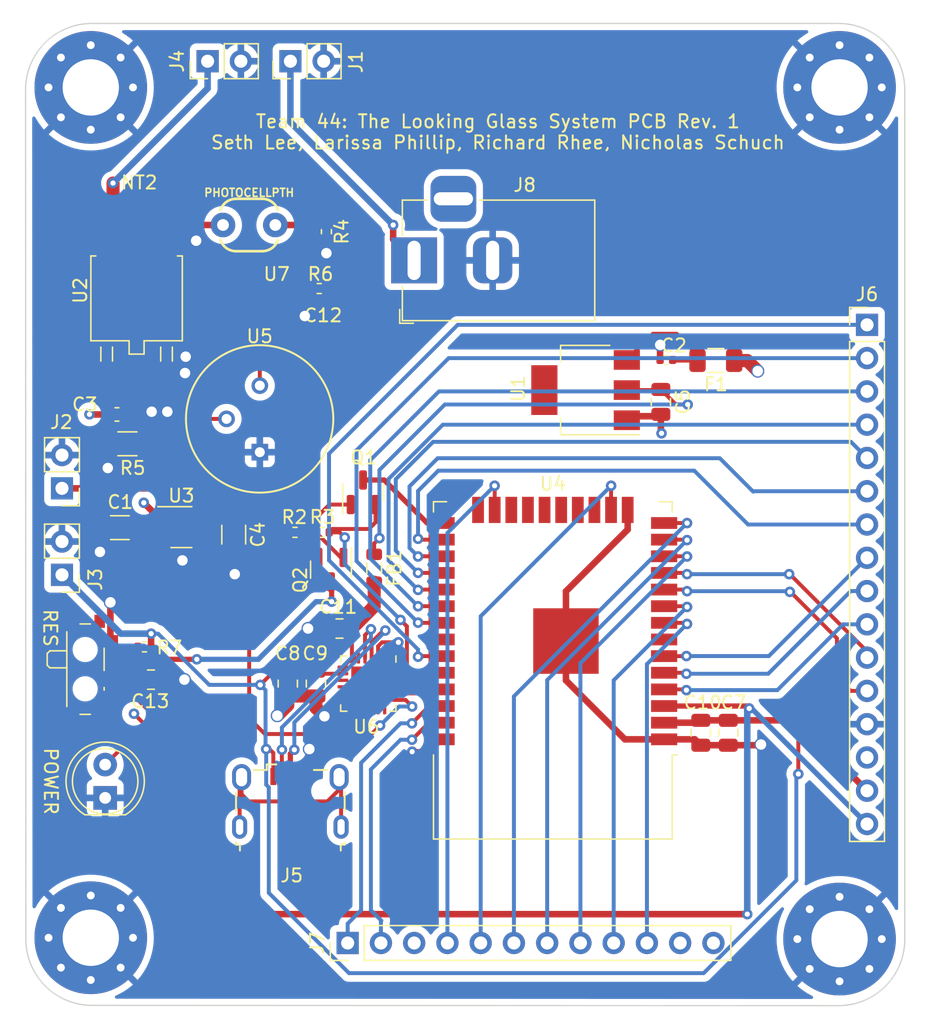
<source format=kicad_pcb>
(kicad_pcb (version 20211014) (generator pcbnew)
  (layers (0 "F.Cu" signal) (1 "In1.Cu" power) (2 "In2.Cu" power) (31 "B.Cu" signal) (34 "B.Paste" user) (35 "F.Paste" user) (36 "B.SilkS" user "B.Silkscreen") (37 "F.SilkS" user "F.Silkscreen") (38 "B.Mask" user) (39 "F.Mask" user) (44 "Edge.Cuts" user))
  (net 0 "")
  (net 1 "GND")
  (net 2 "+12V")
  (net 3 "+2V8")
  (net 4 "+3V3")
  (net 5 "+5V")
  (net 7 "Net-(C2-Pad1)")
  (net 8 "Net-(C5-Pad1)")
  (net 9 "Net-(C12-Pad1)")
  (net 10 "RESET")
  (net 11 "Net-(D1-Pad2)")
  (net 12 "Net-(J5-Pad2)")
  (net 13 "Net-(J5-Pad3)")
  (net 15 "unconnected-(J5-Pad6)")
  (net 16 "IO21")
  (net 17 "IO17")
  (net 18 "IO16")
  (net 19 "MISO")
  (net 20 "MOSI")
  (net 21 "SCK")
  (net 22 "A5_IO4")
  (net 23 "A4_IO36")
  (net 24 "A3_I39")
  (net 25 "A2_I34")
  (net 26 "A1_DAC1")
  (net 27 "A0_DAC2")
  (net 29 "IO13_A12")
  (net 30 "IO12_A11")
  (net 31 "IO27_A10")
  (net 32 "IO33_A9")
  (net 33 "IO15_A8")
  (net 34 "IO32_A7")
  (net 35 "IO14_A6")
  (net 36 "SCI")
  (net 37 "SDA")
  (net 38 "Net-(NT1-Pad1)")
  (net 39 "Net-(PHOTO1-Pad1)")
  (net 40 "Net-(Q1-Pad1)")
  (net 41 "DTR")
  (net 42 "GPIO0")
  (net 43 "Net-(Q2-Pad1)")
  (net 44 "RTS")
  (net 45 "Net-(R5-Pad2)")
  (net 46 "Net-(R6-Pad2)")
  (net 56 "RXD0")
  (net 57 "TXD0")
  (footprint "Fuse:Fuse_1206_3216Metric" (layer "F.Cu") (at 82.55 125.345 180)
    (fp_text reference "F1")
    (fp_text value "Fuse_Small")
  )
  (footprint "Connector_BarrelJack:BarrelJack_Horizontal" (layer "F.Cu") (at 59.5 117.7 180)
    (fp_text reference "J8")
    (fp_text value "Barrel_Jack")
  )
  (footprint "Connector_PinHeader_2.54mm:PinHeader_1x02_P2.54mm_Vertical" (layer "F.Cu") (at 43.725 102.5 90)
    (fp_text reference "J4")
    (fp_text value "Conn_01x02")
  )
  (footprint "L7805CDT-TR:L7805CDT-TR" (layer "F.Cu") (at 38.3 120.6)
    (fp_text reference "U2" hide)
    (fp_text value "L7805" hide)
  )
  (footprint "NetTie:NetTie-2_SMD_Pad2.0mm" (layer "F.Cu") (at 38.5 113.7589 180)
    (fp_text reference "NT1")
    (fp_text value "NT2")
  )
  (footprint "Package_DFN_QFN:QFN-24-1EP_4x4mm_P0.5mm_EP2.6x2.6mm" (layer "F.Cu") (at 56 150 -90)
    (fp_text reference "U6")
    (fp_text value "CP2104")
  )
  (footprint "Resistor_SMD:R_0402_1005Metric" (layer "F.Cu") (at 52.5 138.46)
    (fp_text reference "R3")
    (fp_text value "10k")
  )
  (footprint "Inductor_SMD:L_0805_2012Metric" (layer "F.Cu") (at 56.45 141.2 -90)
    (fp_text reference "FB1")
    (fp_text value "FerriteBead_Small")
  )
  (footprint "kicadperiph:DCK5_TEX" (layer "F.Cu") (at 48.9 120.5 180)
    (fp_text reference "U7")
    (fp_text value "TMP235A4DCKT")
  )
  (footprint "Connector_PinHeader_2.54mm:PinHeader_1x02_P2.54mm_Vertical" (layer "F.Cu") (at 32.6 141.7 180)
    (fp_text reference "J3")
    (fp_text value "Conn_01x02")
  )
  (footprint "Connector_USB:USB_Micro-B_Wuerth_629105150521" (layer "F.Cu") (at 50.045 158.995)
    (fp_text reference "J5")
    (fp_text value "USB_B_Micro")
  )
  (footprint "Capacitor_SMD:C_0805_2012Metric" (layer "F.Cu") (at 49.85 150 -90)
    (fp_text reference "C8")
    (fp_text value "1uF")
  )
  (footprint "Resistor_SMD:R_0402_1005Metric" (layer "F.Cu") (at 52.25 119.85 180)
    (fp_text reference "R6")
    (fp_text value "10k")
  )
  (footprint "Capacitor_SMD:C_01005_0402Metric" (layer "F.Cu") (at 41.85 116.425 90)
    (fp_text reference "C6")
    (fp_text value "0.01uF")
  )
  (footprint "Resistor_SMD:R_0402_1005Metric" (layer "F.Cu") (at 50.4 138.46 180)
    (fp_text reference "R2")
    (fp_text value "10k")
  )
  (footprint "Capacitor_SMD:C_0805_2012Metric" (layer "F.Cu") (at 52 150 -90)
    (fp_text reference "C9")
    (fp_text value "1uF")
  )
  (footprint "Connector_PinHeader_2.54mm:PinHeader_1x12_P2.54mm_Vertical" (layer "F.Cu") (at 54.425 169.8 90)
    (fp_text reference "J7")
    (fp_text value "Conn_01x12")
  )
  (footprint "Button_Switch_SMD:SW_SPDT_PCM12" (layer "F.Cu") (at 34.7 148.9 -90)
    (fp_text reference "SW1")
    (fp_text value "SW_Push")
  )
  (footprint "Resistor_SMD:R_0402_1005Metric" (layer "F.Cu") (at 52.8 115.51 -90)
    (fp_text reference "R4")
    (fp_text value "10k")
  )
  (footprint "Package_TO_SOT_SMD:SOT-23" (layer "F.Cu") (at 55.6 135.4 90)
    (fp_text reference "Q1")
    (fp_text value "MMBT3904")
  )
  (footprint "kicadperiph:AMN33111_PAN" (layer "F.Cu") (at 47.7127 132.34 180)
    (fp_text reference "U5" hide)
    (fp_text value "AMN33111" hide)
  )
  (footprint "Capacitor_SMD:C_0805_2012Metric" (layer "F.Cu") (at 39.4 149.7)
    (fp_text reference "C13")
    (fp_text value "1uF")
  )
  (footprint "Connector_PinHeader_2.54mm:PinHeader_1x02_P2.54mm_Vertical" (layer "F.Cu") (at 32.6 135.1 180)
    (fp_text reference "J2")
    (fp_text value "Conn_01x02")
  )
  (footprint "Connector_PinHeader_2.54mm:PinHeader_1x02_P2.54mm_Vertical" (layer "F.Cu") (at 50.05 102.5 90)
    (fp_text reference "J1")
    (fp_text value "Conn_01x02")
  )
  (footprint "Capacitor_SMD:C_0603_1608Metric" (layer "F.Cu") (at 36.8 129.4589)
    (fp_text reference "C3")
    (fp_text value "0.33uF")
  )
  (footprint "Resistor_SMD:R_0402_1005Metric" (layer "F.Cu") (at 38.9 147.2 180)
    (fp_text reference "R7")
    (fp_text value "10k")
  )
  (footprint "Capacitor_SMD:C_0805_2012Metric" (layer "F.Cu") (at 83.5 153.755 -90)
    (fp_text reference "C7")
    (fp_text value "1uF")
  )
  (footprint "Capacitor_SMD:C_01005_0402Metric" (layer "F.Cu") (at 52.55 120.9 180)
    (fp_text reference "C12")
    (fp_text value "1nF")
  )
  (footprint "Package_TO_SOT_SMD:SOT-23-5" (layer "F.Cu") (at 41.72 138.06)
    (fp_text reference "U3")
    (fp_text value "LP5907MFX-2.8")
  )
  (footprint "RF_Module:ESP32-WROOM-32" (layer "F.Cu") (at 70.1 146 180)
    (fp_text reference "U4")
    (fp_text value "ESP32-WROOM-32")
  )
  (footprint "MountingHole:MountingHole_4.3mm_M4_Pad_Via" (layer "F.Cu") (at 34.8 104.5)
    (fp_text reference "H1")
    (fp_text value "MountingHole_Pad")
  )
  (footprint "Capacitor_SMD:C_0805_2012Metric" (layer "F.Cu") (at 53.8 145.8 180)
    (fp_text reference "C11")
    (fp_text value "10uF")
  )
  (footprint "Connector_PinHeader_2.54mm:PinHeader_1x16_P2.54mm_Vertical" (layer "F.Cu") (at 94.1 122.62)
    (fp_text reference "J6")
    (fp_text value "Conn_01x16")
  )
  (footprint "MountingHole:MountingHole_4.3mm_M4_Pad_Via" (layer "F.Cu") (at 34.8 169.4)
    (fp_text reference "H2")
    (fp_text value "MountingHole_Pad")
  )
  (footprint "Package_TO_SOT_SMD:SOT-223" (layer "F.Cu") (at 72.6 127.6 180)
    (fp_text reference "U1")
    (fp_text value "LD1117S33TR_SOT223")
  )
  (footprint "Resistor_SMD:R_0201_0603Metric" (layer "F.Cu") (at 38.5 153.45 180)
    (fp_text reference "R1")
    (fp_text value "10k")
  )
  (footprint "MountingHole:MountingHole_4.3mm_M4_Pad_Via" (layer "F.Cu") (at 92 169.5)
    (fp_text reference "H3")
    (fp_text value "MountingHole_Pad")
  )
  (footprint "Capacitor_SMD:C_0805_2012Metric" (layer "F.Cu") (at 81.4 153.755 -90)
    (fp_text reference "C10")
    (fp_text value "1uF")
  )
  (footprint "Capacitor_SMD:C_1206_3216Metric" (layer "F.Cu") (at 45.72 138.635 -90)
    (fp_text reference "C4")
    (fp_text value "1uF")
  )
  (footprint "Resistor_SMD:R_1206_3216Metric" (layer "F.Cu") (at 37.6 131.7)
    (fp_text reference "R5")
    (fp_text value "47k")
  )
  (footprint "Capacitor_SMD:C_0402_1005Metric" (layer "F.Cu") (at 78.77 125.3 180)
    (fp_text reference "C2")
    (fp_text value "100nF")
  )
  (footprint "MountingHole:MountingHole_4.3mm_M4_Pad_Via" (layer "F.Cu") (at 92 104.5)
    (fp_text reference "H4")
    (fp_text value "MountingHole_Pad")
  )
  (footprint "Capacitor_SMD:C_1206_3216Metric" (layer "F.Cu") (at 37.025 138.1 180)
    (fp_text reference "C1")
    (fp_text value "1uF")
  )
  (footprint "LED_THT:LED_D5.0mm" (layer "F.Cu") (at 35.9 158.725 90)
    (fp_text reference "D1")
    (fp_text value "LED")
  )
  (footprint "kicadperiph:PHOTOCELL-KIT" (layer "F.Cu") (at 46.9 115 180)
    (fp_text reference "PHOTO1")
    (fp_text value "PHOTOCELLPTH")
  )
  (footprint "Capacitor_SMD:C_0805_2012Metric" (layer "F.Cu") (at 78.35 128.5 -90)
    (fp_text reference "C5")
    (fp_text value "10uF")
  )
  (footprint "Package_TO_SOT_SMD:SOT-23" (layer "F.Cu") (at 53.15 141.305 -90)
    (fp_text reference "Q2")
    (fp_text value "MMBT3904")
  )
  (gr_arc (start 29.818065 104.677709) (mid 31.3 101.1) (end 34.877709 99.618065) (layer "Edge.Cuts") (width 0.1))
  (gr_line (start 34.877709 99.618065) (end 91.922291 99.618065) (layer "Edge.Cuts") (width 0.1))
  (gr_line (start 91.922291 174.581935) (end 34.9 174.559644) (layer "Edge.Cuts") (width 0.1))
  (gr_line (start 29.840356 169.5) (end 29.818065 104.677709) (layer "Edge.Cuts") (width 0.1))
  (gr_arc (start 34.9 174.559644) (mid 31.322291 173.077709) (end 29.840356 169.5) (layer "Edge.Cuts") (width 0.1))
  (gr_line (start 96.981935 104.677709) (end 96.981935 169.522291) (layer "Edge.Cuts") (width 0.1))
  (gr_arc (start 96.981935 169.522291) (mid 95.5 173.1) (end 91.922291 174.581935) (layer "Edge.Cuts") (width 0.1))
  (gr_arc (start 91.922291 99.618065) (mid 95.5 101.1) (end 96.981935 104.677709) (layer "Edge.Cuts") (width 0.1))
  (gr_text "Team 44: The Looking Glass System PCB Rev. 1\nSeth Lee, Larissa Phillip, Richard Rhee, Nicholas Schuch" (at 65.9 107.9) (layer "F.SilkS") (effects (font (size 1 1))))
  (gr_text "U2" (at 34 120 90) (layer "F.SilkS") (effects (font (size 1 1))))
  (gr_text "POWER" (at 31.75 157.45 270) (layer "F.SilkS") (effects (font (size 1 1))))
  (gr_text "U7" (at 49 118.75) (layer "F.SilkS") (effects (font (size 1 1))))
  (gr_text "U5" (at 47.7 123.5) (layer "F.SilkS") (effects (font (size 1 1))))
  (gr_text "RES" (at 31.7 145.75 270) (layer "F.SilkS") (effects (font (size 1 1))))
  (segment (start 40.65 129.25) (end 40.65 127.0521) (width 1) (layer "F.Cu") (net 1))
  (segment (start 80.95 154.255) (end 81.4 154.705) (width 0.5) (layer "F.Cu") (net 1))
  (segment (start 52 150.95) (end 52 151.85) (width 1) (layer "F.Cu") (net 1))
  (segment (start 42.825 116.175) (end 41.85 116.175) (width 0.4) (layer "F.Cu") (net 1))
  (segment (start 41.2741 126.3) (end 40.586 126.9881) (width 1) (layer "F.Cu") (net 1))
  (segment (start 35.5 139.95) (end 35.5 138.15) (width 1) (layer "F.Cu") (net 1))
  (segment (start 75.75 129.9) (end 76.055 129.595) (width 0.5) (layer "F.Cu") (net 1))
  (segment (start 41.8 138.6) (end 41.8 140.6) (width 0.4) (layer "F.Cu") (net 1))
  (segment (start 42.85 116.2) (end 42.825 116.175) (width 0.4) (layer "F.Cu") (net 1))
  (segment (start 78.205 129.595) (end 78.35 129.45) (width 0.5) (layer "F.Cu") (net 1))
  (segment (start 81.4 154.705) (end 83.5 154.705) (width 0.5) (layer "F.Cu") (net 1))
  (segment (start 36.13 146.65) (end 36.3 146.48) (width 0.5) (layer "F.Cu") (net 1))
  (segment (start 40.65 127.0521) (end 40.586 126.9881) (width 1) (layer "F.Cu") (net 1))
  (segment (start 45.8 141.65) (end 45.8 140.19) (width 1) (layer "F.Cu") (net 1))
  (segment (start 57.05 146.85) (end 58.3 146.85) (width 0.3) (layer "F.Cu") (net 1))
  (segment (start 83.5 154.705) (end 85.945 154.705) (width 0.5) (layer "F.Cu") (net 1))
  (segment (start 78.29 124.16) (end 78.3 124.15) (width 0.5) (layer "F.Cu") (net 1))
  (segment (start 56.75 148.0625) (end 56.75 147.15) (width 0.3) (layer "F.Cu") (net 1))
  (segment (start 60.655 155.2) (end 61.6 154.255) (width 0.4) (layer "F.Cu") (net 1))
  (segment (start 76.055 129.595) (end 78.205 129.595) (width 0.5) (layer "F.Cu") (net 1))
  (segment (start 75.815 138.245) (end 71.1 142.96) (width 0.5) (layer "F.Cu") (net 1))
  (segment (start 50.02268 120.5) (end 50.85 120.5) (width 0.3) (layer "F.Cu") (net 1))
  (segment (start 51.345 155.155) (end 51.5 155) (width 0.3) (layer "F.Cu") (net 1))
  (segment (start 75.815 136.745) (end 75.815 138.245) (width 0.5) (layer "F.Cu") (net 1))
  (segment (start 52.8 116.02) (end 52.8 117.15) (width 0.4) (layer "F.Cu") (net 1))
  (segment (start 51.25 121.95) (end 52.3 120.9) (width 0.4) (layer "F.Cu") (net 1))
  (segment (start 51.15 121.95) (end 51.25 121.95) (width 0.4) (layer "F.Cu") (net 1))
  (segment (start 71.1 142.96) (end 71.1 146.755) (width 0.5) (layer "F.Cu") (net 1))
  (segment (start 45.8 140.19) (end 45.72 140.11) (width 1) (layer "F.Cu") (net 1))
  (segment (start 37.575 129.4589) (end 39.2411 129.4589) (width 1) (layer "F.Cu") (net 1))
  (segment (start 51.345 157.095) (end 51.345 155.155) (width 0.3) (layer "F.Cu") (net 1))
  (segment (start 78.6 154.255) (end 80.95 154.255) (width 0.5) (layer "F.Cu") (net 1))
  (segment (start 85.945 154.705) (end 86 154.65) (width 0.5) (layer "F.Cu") (net 1))
  (segment (start 52 150.95) (end 49.85 150.95) (width 1) (layer "F.Cu") (net 1))
  (segment (start 36.3 146.48) (end 36.3 143.8) (width 0.5) (layer "F.Cu") (net 1))
  (segment (start 59.35 155.2) (end 60.655 155.2) (width 0.4) (layer "F.Cu") (net 1))
  (segment (start 52.85 145.8) (end 51.4 145.8) (width 1) (layer "F.Cu") (net 1))
  (segment (start 49.05 152.45) (end 49.85 151.65) (width 1) (layer "F.Cu") (net 1))
  (segment (start 41.26 138.06) (end 41.8 138.6) (width 0.4) (layer "F.Cu") (net 1))
  (segment (start 40.586 126.9881) (end 40.586 126.514) (width 1) (layer "F.Cu") (net 1))
  (segment (start 36.1 131.7375) (end 36.1375 131.7) (width 1) (layer "F.Cu") (net 1))
  (segment (start 39.2411 129.4589) (end 39.45 129.25) (width 1) (layer "F.Cu") (net 1))
  (segment (start 40.35 149.7) (end 41.95 149.7) (width 1) (layer "F.Cu") (net 1))
  (segment (start 71.1 146.755) (end 71.1 149.755) (width 0.5) (layer "F.Cu") (net 1))
  (segment (start 36.1 133.55) (end 36.1 131.7375) (width 1) (layer "F.Cu") (net 1))
  (segment (start 78.35 130.85) (end 78.4 130.9) (width 0.5) (layer "F.Cu") (net 1))
  (segment (start 56.75 149.25) (end 56 150) (width 0.3) (layer "F.Cu") (net 1))
  (segment (start 56.75 147.15) (end 57.05 146.85) (width 0.3) (layer "F.Cu") (net 1))
  (segment (start 40.586 126.514) (end 42.05 125.05) (width 1) (layer "F.Cu") (net 1))
  (segment (start 52 151.85) (end 52.65 152.5) (width 1) (layer "F.Cu") (net 1))
  (segment (start 50.85 120.5) (end 51.25 120.9) (width 0.3) (layer "F.Cu") (net 1))
  (segment (start 49.85 151.65) (end 49.85 150.95) (width 1) (layer "F.Cu") (net 1))
  (segment (start 51.25 120.9) (end 52.3 120.9) (width 0.3) (layer "F.Cu") (net 1))
  (segment (start 56.75 148.0625) (end 56.75 149.25) (width 0.3) (layer "F.Cu") (net 1))
  (segment (start 71.1 149.755) (end 75.6 154.255) (width 0.5) (layer "F.Cu") (net 1))
  (segment (start 42 126.3) (end 41.2741 126.3) (width 1) (layer "F.Cu") (net 1))
  (segment (start 35.5 138.15) (end 35.55 138.1) (width 1) (layer "F.Cu") (net 1))
  (segment (start 40.5825 138.06) (end 41.26 138.06) (width 0.4) (layer "F.Cu") (net 1))
  (segment (start 78.35 129.45) (end 78.35 130.85) (width 0.5) (layer "F.Cu") (net 1))
  (segment (start 75.6 154.255) (end 78.6 154.255) (width 0.5) (layer "F.Cu") (net 1))
  (segment (start 78.29 125.3) (end 78.29 124.16) (width 0.5) (layer "F.Cu") (net 1))
  (via (at 45.8 141.65) (size 1) (drill 0.8) (layers "F.Cu" "B.Cu") (net 1))
  (via (at 78.4 130.9) (size 0.8) (drill 0.4) (layers "F.Cu" "B.Cu") (net 1))
  (via (at 51.4 145.8) (size 1) (drill 0.8) (layers "F.Cu" "B.Cu") (net 1))
  (via (at 52.8 117.15) (size 1) (drill 0.8) (layers "F.Cu" "B.Cu") (net 1))
  (via (at 42 126.3) (size 1) (drill 0.8) (layers "F.Cu" "B.Cu") (net 1))
  (via (at 41.95 149.7) (size 1) (drill 0.8) (layers "F.Cu" "B.Cu") (net 1))
  (via (at 51.15 121.95) (size 1) (drill 0.8) (layers "F.Cu" "B.Cu") (net 1))
  (via (at 42.05 125.05) (size 1) (drill 0.8) (layers "F.Cu" "B.Cu") (net 1))
  (via (at 39.45 129.25) (size 1) (drill 0.8) (layers "F.Cu" "B.Cu") (net 1))
  (via (at 42.85 116.2) (size 1) (drill 0.8) (layers "F.Cu" "B.Cu") (net 1))
  (via (at 36.1 133.55) (size 1) (drill 0.8) (layers "F.Cu" "B.Cu") (net 1))
  (via (at 59.35 155.2) (size 0.8) (drill 0.4) (layers "F.Cu" "B.Cu") (net 1))
  (via (at 78.3 124.15) (size 1) (drill 0.8) (layers "F.Cu" "B.Cu") (net 1))
  (via (at 51.5 155) (size 1) (drill 0.8) (layers "F.Cu" "B.Cu") (net 1))
  (via (at 86 154.65) (size 1) (drill 0.8) (layers "F.Cu" "B.Cu") (net 1))
  (via (at 36.3 143.8) (size 1) (drill 0.8) (layers "F.Cu" "B.Cu") (net 1))
  (via (at 49.05 152.45) (size 1) (drill 0.8) (layers "F.Cu" "B.Cu") (net 1))
  (via (at 52.65 152.5) (size 1) (drill 0.8) (layers "F.Cu" "B.Cu") (net 1))
  (via (at 41.8 140.6) (size 1) (drill 0.8) (layers "F.Cu" "B.Cu") (net 1))
  (via (at 35.5 139.95) (size 1) (drill 0.8) (layers "F.Cu" "B.Cu") (net 1))
  (via (at 58.3 146.85) (size 0.8) (drill 0.4) (layers "F.Cu" "B.Cu") (net 1))
  (via (at 40.65 129.25) (size 1) (drill 0.8) (layers "F.Cu" "B.Cu") (net 1))
  (segment (start 84.945 125.345) (end 85.75 126.15) (width 1) (layer "F.Cu") (net 2))
  (segment (start 38.82 153.02) (end 38.1 152.3) (width 0.3) (layer "F.Cu") (net 2))
  (segment (start 40.5825 137.11) (end 39.49 137.11) (width 0.5) (layer "F.Cu") (net 2))
  (segment (start 40.5825 139.01) (end 39.41 139.01) (width 0.5) (layer "F.Cu") (net 2))
  (segment (start 39.49 137.11) (end 38.5 138.1) (width 0.5) (layer "F.Cu") (net 2))
  (segment (start 34.7089 129.4589) (end 34.7 129.45) (width 0.5) (layer "F.Cu") (net 2))
  (segment (start 38.82 153.45) (end 38.82 153.02) (width 0.3) (layer "F.Cu") (net 2))
  (segment (start 83.95 125.345) (end 84.945 125.345) (width 1) (layer "F.Cu") (net 2))
  (segment (start 36.025 129.4589) (end 34.7089 129.4589) (width 0.5) (layer "F.Cu") (net 2))
  (segment (start 39.41 139.01) (end 38.5 138.1) (width 0.5) (layer "F.Cu") (net 2))
  (segment (start 59.5 117.7) (end 57.9 116.1) (width 0.5) (layer "F.Cu") (net 2))
  (segment (start 57.9 116.1) (end 57.9 115) (width 0.5) (layer "F.Cu") (net 2))
  (segment (start 36.014 126.9881) (end 36.014 129.4479) (width 0.5) (layer "F.Cu") (net 2))
  (segment (start 40.5825 137.11) (end 39.76 137.11) (width 0.5) (layer "F.Cu") (net 2))
  (segment (start 36.014 129.4479) (end 36.025 129.4589) (width 0.5) (layer "F.Cu") (net 2))
  (segment (start 39.76 137.11) (end 38.85 136.2) (width 0.5) (layer "F.Cu") (net 2))
  (via (at 57.9 115) (size 0.8) (drill 0.4) (layers "F.Cu" "B.Cu") (net 2))
  (via (at 85.75 126.15) (size 1) (drill 0.8) (layers "F.Cu" "B.Cu") (net 2))
  (via (at 38.1 152.3) (size 0.8) (drill 0.4) (layers "F.Cu" "B.Cu") (net 2))
  (via (at 34.7 129.45) (size 0.8) (drill 0.4) (layers "F.Cu" "B.Cu") (net 2))
  (via (at 38.85 136.2) (size 0.8) (drill 0.4) (layers "F.Cu" "B.Cu") (net 2))
  (segment (start 50.05 107.15) (end 50.05 102.5) (width 0.5) (layer "B.Cu") (net 2))
  (segment (start 57.9 115) (end 50.05 107.15) (width 0.5) (layer "B.Cu") (net 2))
  (segment (start 40.8475 135.1) (end 32.6 135.1) (width 0.5) (layer "F.Cu") (net 3))
  (segment (start 42.8575 137.11) (end 45.67 137.11) (width 0.5) (layer "F.Cu") (net 3))
  (segment (start 42.8575 137.11) (end 40.8475 135.1) (width 0.5) (layer "F.Cu") (net 3))
  (segment (start 45.67 137.11) (end 45.72 137.16) (width 0.5) (layer "F.Cu") (net 3))
  (segment (start 52 149.05) (end 49.85 149.05) (width 0.3) (layer "F.Cu") (net 4))
  (segment (start 54.75 148.0625) (end 55.25 148.0625) (width 0.3) (layer "F.Cu") (net 4))
  (segment (start 48.8 149.05) (end 49.85 149.05) (width 0.3) (layer "F.Cu") (net 4))
  (segment (start 54.75 148.0625) (end 54.75 145.8) (width 0.3) (layer "F.Cu") (net 4))
  (segment (start 81.4 152.805) (end 83.5 152.805) (width 0.5) (layer "F.Cu") (net 4))
  (segment (start 48.45 155) (end 48.745 155.295) (width 0.3) (layer "F.Cu") (net 4))
  (segment (start 48.745 155.295) (end 48.745 157.095) (width 0.3) (layer "F.Cu") (net 4))
  (segment (start 81.22 152.985) (end 81.4 152.805) (width 0.5) (layer "F.Cu") (net 4))
  (segment (start 88.85 153.66) (end 87.995 152.805) (width 0.3) (layer "F.Cu") (net 4))
  (segment (start 39.41 146.19) (end 39.41 147.2) (width 0.5) (layer "F.Cu") (net 4))
  (segment (start 48.2 155) (end 48.45 155) (width 0.3) (layer "F.Cu") (net 4))
  (segment (start 54.6 148.2) (end 54.7375 148.0625) (width 0.3) (layer "F.Cu") (net 4))
  (segment (start 54.0625 148.75) (end 54.6 148.2125) (width 0.3) (layer "F.Cu") (net 4))
  (segment (start 54.0625 149.25) (end 52.2 149.25) (width 0.3) (layer "F.Cu") (net 4))
  (segment (start 54.6 148.2125) (end 54.6 148.2) (width 0.3) (layer "F.Cu") (net 4))
  (segment (start 52.2 149.25) (end 52 149.05) (width 0.3) (layer "F.Cu") (net 4))
  (segment (start 56.45 142.2625) (end 56.45 144.1) (width 1) (layer "F.Cu") (net 4))
  (segment (start 47.75 150.1) (end 48.8 149.05) (width 0.3) (layer "F.Cu") (net 4))
  (segment (start 83.5 152.805) (end 87.995 152.805) (width 0.5) (layer "F.Cu") (net 4))
  (segment (start 88.725 152.805) (end 94.1 158.18) (width 0.5) (layer "F.Cu") (net 4))
  (segment (start 78.6 152.985) (end 81.22 152.985) (width 0.5) (layer "F.Cu") (net 4))
  (segment (start 54.0625 149.25) (end 54.0625 148.75) (width 0.3) (layer "F.Cu") (net 4))
  (segment (start 87.995 152.805) (end 88.725 152.805) (width 0.5) (layer "F.Cu") (net 4))
  (segment (start 54.7375 148.0625) (end 54.75 148.0625) (width 0.3) (layer "F.Cu") (net 4))
  (segment (start 88.85 156.9) (end 88.85 153.66) (width 0.3) (layer "F.Cu") (net 4))
  (segment (start 56.45 144.1) (end 54.75 145.8) (width 1) (layer "F.Cu") (net 4))
  (via (at 39.41 146.19) (size 0.8) (drill 0.4) (layers "F.Cu" "B.Cu") (net 4))
  (via (at 88.85 156.9) (size 0.8) (drill 0.4) (layers "F.Cu" "B.Cu") (net 4))
  (via (at 48.2 155) (size 0.8) (drill 0.4) (layers "F.Cu" "B.Cu") (net 4))
  (via (at 47.75 150.1) (size 0.8) (drill 0.4) (layers "F.Cu" "B.Cu") (net 4))
  (segment (start 88.7 157.05) (end 88.85 156.9) (width 0.3) (layer "B.Cu") (net 4))
  (segment (start 43.85 150.1) (end 39.94 146.19) (width 0.3) (layer "B.Cu") (net 4))
  (segment (start 48.15 150.5) (end 48.15 154.95) (width 0.3) (layer "B.Cu") (net 4))
  (segment (start 81.619944 172.1) (end 88.7 165.019944) (width 0.3) (layer "B.Cu") (net 4))
  (segment (start 39.41 146.19) (end 37.09 146.19) (width 0.5) (layer "B.Cu") (net 4))
  (segment (start 47.75 150.1) (end 48.15 150.5) (width 0.3) (layer "B.Cu") (net 4))
  (segment (start 48.2 157.719305) (end 48.4 157.919305) (width 0.3) (layer "B.Cu") (net 4))
  (segment (start 54.525978 172.1) (end 81.619944 172.1) (width 0.3) (layer "B.Cu") (net 4))
  (segment (start 48.4 165.974022) (end 54.525978 172.1) (width 0.3) (layer "B.Cu") (net 4))
  (segment (start 39.94 146.19) (end 39.41 146.19) (width 0.3) (layer "B.Cu") (net 4))
  (segment (start 88.7 165.019944) (end 88.7 157.05) (width 0.3) (layer "B.Cu") (net 4))
  (segment (start 37.09 146.19) (end 32.6 141.7) (width 0.5) (layer "B.Cu") (net 4))
  (segment (start 48.15 154.95) (end 48.2 155) (width 0.3) (layer "B.Cu") (net 4))
  (segment (start 48.2 155) (end 48.2 157.719305) (width 0.3) (layer "B.Cu") (net 4))
  (segment (start 47.75 150.1) (end 43.85 150.1) (width 0.3) (layer "B.Cu") (net 4))
  (segment (start 48.4 157.919305) (end 48.4 165.974022) (width 0.3) (layer "B.Cu") (net 4))
  (segment (start 40.4597 116.675) (end 38.3 118.8347) (width 0.3) (layer "F.Cu") (net 5))
  (segment (start 36.5 113.7589) (end 36.5 111.8) (width 1) (layer "F.Cu") (net 5))
  (segment (start 41.85 116.675) (end 40.4597 116.675) (width 0.3) (layer "F.Cu") (net 5))
  (segment (start 46.9 123.1) (end 46.9 120.35) (width 0.3) (layer "F.Cu") (net 5))
  (segment (start 47.7127 127.26) (end 47.7127 123.9127) (width 0.3) (layer "F.Cu") (net 5))
  (segment (start 41.85 116.675) (end 45.0273 119.8523) (width 0.3) (layer "F.Cu") (net 5))
  (segment (start 46.9 120.35) (end 47.3977 119.8523) (width 0.3) (layer "F.Cu") (net 5))
  (segment (start 36.5 117.0347) (end 38.3 118.8347) (width 1) (layer "F.Cu") (net 5))
  (segment (start 45.0273 119.8523) (end 47.77732 119.8523) (width 0.3) (layer "F.Cu") (net 5))
  (segment (start 47.7127 123.9127) (end 46.9 123.1) (width 0.3) (layer "F.Cu") (net 5))
  (segment (start 36.5 113.7589) (end 36.5 117.0347) (width 1) (layer "F.Cu") (net 5))
  (segment (start 47.3977 119.8523) (end 47.77732 119.8523) (width 0.3) (layer "F.Cu") (net 5))
  (via (at 36.5 111.8) (size 0.8) (drill 0.4) (layers "F.Cu" "B.Cu") (net 5))
  (segment (start 36.5 111.8) (end 43.725 104.575) (width 0.5) (layer "B.Cu") (net 5))
  (segment (start 43.725 104.575) (end 43.725 102.5) (width 0.5) (layer "B.Cu") (net 5))
  (segment (start 79.25 125.3) (end 81.105 125.3) (width 0.4) (layer "F.Cu") (net 7))
  (segment (start 79.55 123.3) (end 81.15 124.9) (width 0.3) (layer "F.Cu") (net 7))
  (segment (start 81.15 124.9) (end 81.15 125.345) (width 0.3) (layer "F.Cu") (net 7))
  (segment (start 81.105 125.3) (end 81.15 125.345) (width 0.4) (layer "F.Cu") (net 7))
  (segment (start 75.75 125.3) (end 77.75 123.3) (width 0.3) (layer "F.Cu") (net 7))
  (segment (start 77.75 123.3) (end 79.55 123.3) (width 0.3) (layer "F.Cu") (net 7))
  (segment (start 80.4 128.7) (end 79.5 128.7) (width 0.3) (layer "F.Cu") (net 8))
  (segment (start 79.5 128.7) (end 78.35 127.55) (width 0.3) (layer "F.Cu") (net 8))
  (segment (start 78.3 127.6) (end 78.35 127.55) (width 0.3) (layer "F.Cu") (net 8))
  (segment (start 75.75 127.6) (end 78.3 127.6) (width 0.3) (layer "F.Cu") (net 8))
  (segment (start 56.45 140.1375) (end 56.45 139.3) (width 0.3) (layer "F.Cu") (net 8))
  (segment (start 56.45 139.3) (end 56.85 138.9) (width 0.3) (layer "F.Cu") (net 8))
  (via (at 80.4 128.7) (size 0.8) (drill 0.4) (layers "F.Cu" "B.Cu") (net 8))
  (via (at 56.85 138.9) (size 0.8) (drill 0.4) (layers "F.Cu" "B.Cu") (net 8))
  (segment (start 61.85 128.7) (end 80.4 128.7) (width 0.3) (layer "B.Cu") (net 8))
  (segment (start 56.85 138.9) (end 56.85 133.7) (width 0.3) (layer "B.Cu") (net 8))
  (segment (start 56.85 133.7) (end 61.85 128.7) (width 0.3) (layer "B.Cu") (net 8))
  (segment (start 52.8 120.9) (end 52.8 119.89) (width 0.3) (layer "F.Cu") (net 9))
  (segment (start 52.8 119.89) (end 52.76 119.85) (width 0.3) (layer "F.Cu") (net 9))
  (segment (start 39.85 161.45) (end 46 167.6) (width 0.5) (layer "F.Cu") (net 10))
  (segment (start 38.4 149.65) (end 38.45 149.7) (width 0.5) (layer "F.Cu") (net 10))
  (segment (start 39.95 161.35) (end 39.85 161.45) (width 0.5) (layer "F.Cu") (net 10))
  (segment (start 53.2 143.75) (end 53.2 142.2925) (width 0.4) (layer "F.Cu") (net 10))
  (segment (start 53.2 142.2925) (end 53.15 142.2425) (width 0.4) (layer "F.Cu") (net 10))
  (segment (start 78.6 151.715) (end 84.915 151.715) (width 0.4) (layer "F.Cu") (net 10))
  (segment (start 38.45 151.15) (end 39.95 152.65) (width 0.5) (layer "F.Cu") (net 10))
  (segment (start 39.34 148.15) (end 42.9 148.15) (width 0.4) (layer "F.Cu") (net 10))
  (segment (start 38.39 147.2) (end 39.34 148.15) (width 0.4) (layer "F.Cu") (net 10))
  (segment (start 38.45 149.7) (end 38.45 151.15) (width 0.5) (layer "F.Cu") (net 10))
  (segment (start 39.95 152.65) (end 39.95 161.35) (width 0.5) (layer "F.Cu") (net 10))
  (segment (start 38.45 149.7) (end 38.45 147.387849) (width 0.5) (layer "F.Cu") (net 10))
  (segment (start 46 167.6) (end 84.95 167.6) (width 0.5) (layer "F.Cu") (net 10))
  (segment (start 36.13 149.65) (end 38.4 149.65) (width 0.5) (layer "F.Cu") (net 10))
  (segment (start 84.915 151.715) (end 85.1 151.9) (width 0.4) (layer "F.Cu") (net 10))
  (via (at 42.9 148.15) (size 0.8) (drill 0.4) (layers "F.Cu" "B.Cu") (net 10))
  (via (at 53.2 143.75) (size 0.8) (drill 0.4) (layers "F.Cu" "B.Cu") (net 10))
  (via (at 84.95 167.6) (size 0.8) (drill 0.4) (layers "F.Cu" "B.Cu") (net 10))
  (via (at 85.1 151.9) (size 0.8) (drill 0.4) (layers "F.Cu" "B.Cu") (net 10))
  (segment (start 94.1 160.72) (end 85.33 151.95) (width 0.4) (layer "B.Cu") (net 10))
  (segment (start 85.33 151.95) (end 85.05 151.95) (width 0.4) (layer "B.Cu") (net 10))
  (segment (start 52 143.75) (end 53.2 143.75) (width 0.4) (layer "B.Cu") (net 10))
  (segment (start 47.6 148.15) (end 52 143.75) (width 0.4) (layer "B.Cu") (net 10))
  (segment (start 42.9 148.15) (end 47.6 148.15) (width 0.4) (layer "B.Cu") (net 10))
  (segment (start 84.95 167.6) (end 84.95 152.05) (width 0.5) (layer "B.Cu") (net 10))
  (segment (start 84.95 152.05) (end 85.05 151.95) (width 0.5) (layer "B.Cu") (net 10))
  (segment (start 35.9 156.185) (end 38.18 153.905) (width 0.3) (layer "F.Cu") (net 11))
  (segment (start 38.18 153.905) (end 38.18 153.45) (width 0.3) (layer "F.Cu") (net 11))
  (segment (start 55.75 146.3) (end 55.75 148.0625) (width 0.3) (layer "F.Cu") (net 12))
  (segment (start 56.2 145.85) (end 55.75 146.3) (width 0.3) (layer "F.Cu") (net 12))
  (segment (start 49.395 157.095) (end 49.395 155.055) (width 0.3) (layer "F.Cu") (net 12))
  (segment (start 49.395 155.055) (end 49.4 155.05) (width 0.3) (layer "F.Cu") (net 12))
  (via (at 49.4 155.05) (size 0.8) (drill 0.4) (layers "F.Cu" "B.Cu") (net 12))
  (via (at 56.2 145.85) (size 0.8) (drill 0.4) (layers "F.Cu" "B.Cu") (net 12))
  (segment (start 56.2 146.55) (end 49.4 153.35) (width 0.3) (layer "B.Cu") (net 12))
  (segment (start 49.4 153.35) (end 49.4 155.05) (width 0.3) (layer "B.Cu") (net 12))
  (segment (start 56.2 145.85) (end 56.2 146.55) (width 0.3) (layer "B.Cu") (net 12))
  (segment (start 56.25 148.0625) (end 56.25 146.85) (width 0.3) (layer "F.Cu") (net 13))
  (segment (start 50.045 157.095) (end 50.045 155.355) (width 0.4) (layer "F.Cu") (net 13))
  (segment (start 57.15 145.95) (end 57.3 145.95) (width 0.3) (layer "F.Cu") (net 13))
  (segment (start 56.25 146.85) (end 57.15 145.95) (width 0.3) (layer "F.Cu") (net 13))
  (segment (start 50.045 155.355) (end 50.35 155.05) (width 0.4) (layer "F.Cu") (net 13))
  (via (at 50.35 155.05) (size 0.8) (drill 0.4) (layers "F.Cu" "B.Cu") (net 13))
  (via (at 57.3 145.95) (size 0.8) (drill 0.4) (layers "F.Cu" "B.Cu") (net 13))
  (segment (start 50.35 152.965006) (end 57.3 146.015006) (width 0.3) (layer "B.Cu") (net 13))
  (segment (start 50.35 155.05) (end 50.35 152.965006) (width 0.3) (layer "B.Cu") (net 13))
  (segment (start 57.3 146.015006) (end 57.3 145.95) (width 0.3) (layer "B.Cu") (net 13))
  (segment (start 53.92 160.945) (end 53.92 157.295) (width 0.3) (layer "F.Cu") (net 15))
  (segment (start 46.869521 158.994521) (end 52.876174 158.994521) (width 0.3) (layer "F.Cu") (net 15))
  (segment (start 53.77 158.100695) (end 53.77 157.145) (width 0.3) (layer "F.Cu") (net 15))
  (segment (start 46.32 158.445) (end 46.869521 158.994521) (width 0.3) (layer "F.Cu") (net 15))
  (segment (start 52.876174 158.994521) (end 53.77 158.100695) (width 0.3) (layer "F.Cu") (net 15))
  (segment (start 46.17 160.945) (end 46.17 157.295) (width 0.3) (layer "F.Cu") (net 15))
  (segment (start 46.17 157.295) (end 46.32 157.145) (width 0.3) (layer "F.Cu") (net 15))
  (segment (start 46.32 157.145) (end 46.32 158.445) (width 0.3) (layer "F.Cu") (net 15))
  (segment (start 53.92 157.295) (end 53.77 157.145) (width 0.3) (layer "F.Cu") (net 15))
  (segment (start 61.6 147.905) (end 59.845 147.905) (width 0.3) (layer "F.Cu") (net 16))
  (segment (start 59.845 147.905) (end 59.8 147.95) (width 0.3) (layer "F.Cu") (net 16))
  (via (at 59.8 147.95) (size 0.8) (drill 0.4) (layers "F.Cu" "B.Cu") (net 16))
  (segment (start 59.8 147.4) (end 53 140.6) (width 0.3) (layer "B.Cu") (net 16))
  (segment (start 53 132.45) (end 62.83 122.62) (width 0.3) (layer "B.Cu") (net 16))
  (segment (start 62.83 122.62) (end 94.1 122.62) (width 0.3) (layer "B.Cu") (net 16))
  (segment (start 59.8 147.95) (end 59.8 147.4) (width 0.3) (layer "B.Cu") (net 16))
  (segment (start 53 140.6) (end 53 132.45) (width 0.3) (layer "B.Cu") (net 16))
  (segment (start 59.805 141.555) (end 59.8 141.55) (width 0.3) (layer "F.Cu") (net 17))
  (segment (start 61.6 141.555) (end 59.805 141.555) (width 0.3) (layer "F.Cu") (net 17))
  (via (at 59.8 141.55) (size 0.8) (drill 0.4) (layers "F.Cu" "B.Cu") (net 17))
  (segment (start 58.1 139.85) (end 58.1 134.4) (width 0.3) (layer "B.Cu") (net 17))
  (segment (start 58.1 134.4) (end 60.95 131.55) (width 0.3) (layer "B.Cu") (net 17))
  (segment (start 60.95 131.55) (end 92.87 131.55) (width 0.3) (layer "B.Cu") (net 17))
  (segment (start 59.8 141.55) (end 58.1 139.85) (width 0.3) (layer "B.Cu") (net 17))
  (segment (start 92.87 131.55) (end 94.1 132.78) (width 0.3) (layer "B.Cu") (net 17))
  (segment (start 59.815 140.285) (end 59.8 140.3) (width 0.3) (layer "F.Cu") (net 18))
  (segment (start 61.6 140.285) (end 59.815 140.285) (width 0.3) (layer "F.Cu") (net 18))
  (via (at 59.8 140.3) (size 0.8) (drill 0.4) (layers "F.Cu" "B.Cu") (net 18))
  (segment (start 59.8 140.3) (end 59.150489 139.650489) (width 0.3) (layer "B.Cu") (net 18))
  (segment (start 61.3 132.8) (end 82.85 132.8) (width 0.3) (layer "B.Cu") (net 18))
  (segment (start 59.150489 139.650489) (end 59.150489 134.949511) (width 0.3) (layer "B.Cu") (net 18))
  (segment (start 85.43 135.32) (end 94.1 135.32) (width 0.3) (layer "B.Cu") (net 18))
  (segment (start 59.150489 134.949511) (end 61.3 132.8) (width 0.3) (layer "B.Cu") (net 18))
  (segment (start 82.85 132.8) (end 85.4 135.35) (width 0.3) (layer "B.Cu") (net 18))
  (segment (start 85.4 135.35) (end 85.43 135.32) (width 0.3) (layer "B.Cu") (net 18))
  (segment (start 59.815 145.365) (end 59.8 145.35) (width 0.3) (layer "F.Cu") (net 19))
  (segment (start 61.6 145.365) (end 59.815 145.365) (width 0.3) (layer "F.Cu") (net 19))
  (via (at 59.8 145.35) (size 0.8) (drill 0.4) (layers "F.Cu" "B.Cu") (net 19))
  (segment (start 55.1 140.65) (end 55.1 132.2) (width 0.3) (layer "B.Cu") (net 19))
  (segment (start 62.14 125.16) (end 94.1 125.16) (width 0.3) (layer "B.Cu") (net 19))
  (segment (start 55.1 132.2) (end 62.14 125.16) (width 0.3) (layer "B.Cu") (net 19))
  (segment (start 59.8 145.35) (end 55.1 140.65) (width 0.3) (layer "B.Cu") (net 19))
  (segment (start 59.805 144.095) (end 59.8 144.1) (width 0.3) (layer "F.Cu") (net 20))
  (segment (start 61.6 144.095) (end 59.805 144.095) (width 0.3) (layer "F.Cu") (net 20))
  (via (at 59.8 144.1) (size 0.8) (drill 0.4) (layers "F.Cu" "B.Cu") (net 20))
  (segment (start 59.8 144.1) (end 56.15 140.45) (width 0.3) (layer "B.Cu") (net 20))
  (segment (start 61.4 127.7) (end 94.1 127.7) (width 0.3) (layer "B.Cu") (net 20))
  (segment (start 56.15 132.95) (end 61.4 127.7) (width 0.3) (layer "B.Cu") (net 20))
  (segment (start 56.15 140.45) (end 56.15 132.95) (width 0.3) (layer "B.Cu") (net 20))
  (segment (start 59.825 142.825) (end 59.8 142.85) (width 0.3) (layer "F.Cu") (net 21))
  (segment (start 61.6 142.825) (end 59.825 142.825) (width 0.3) (layer "F.Cu") (net 21))
  (via (at 59.8 142.85) (size 0.8) (drill 0.4) (layers "F.Cu" "B.Cu") (net 21))
  (segment (start 61.694994 130.24) (end 94.1 130.24) (width 0.3) (layer "B.Cu") (net 21))
  (segment (start 57.55 134.384994) (end 61.694994 130.24) (width 0.3) (layer "B.Cu") (net 21))
  (segment (start 57.55 140.6) (end 57.55 134.384994) (width 0.3) (layer "B.Cu") (net 21))
  (segment (start 59.8 142.85) (end 57.55 140.6) (width 0.3) (layer "B.Cu") (net 21))
  (segment (start 61.6 139.015) (end 59.865 139.015) (width 0.3) (layer "F.Cu") (net 22))
  (segment (start 59.865 139.015) (end 59.8 138.95) (width 0.3) (layer "F.Cu") (net 22))
  (via (at 59.8 138.95) (size 0.8) (drill 0.4) (layers "F.Cu" "B.Cu") (net 22))
  (segment (start 80.9 133.75) (end 85.01 137.86) (width 0.3) (layer "B.Cu") (net 22))
  (segment (start 61.35 133.75) (end 80.9 133.75) (width 0.3) (layer "B.Cu") (net 22))
  (segment (start 85.01 137.86) (end 94.1 137.86) (width 0.3) (layer "B.Cu") (net 22))
  (segment (start 59.8 138.95) (end 59.8 135.3) (width 0.3) (layer "B.Cu") (net 22))
  (segment (start 59.8 135.3) (end 61.35 133.75) (width 0.3) (layer "B.Cu") (net 22))
  (segment (start 78.6 150.445) (end 80.245 150.445) (width 0.3) (layer "F.Cu") (net 23))
  (segment (start 80.245 150.445) (end 80.3 150.5) (width 0.3) (layer "F.Cu") (net 23))
  (via (at 80.3 150.5) (size 0.8) (drill 0.4) (layers "F.Cu" "B.Cu") (net 23))
  (segment (start 80.3 150.5) (end 87.25 150.5) (width 0.3) (layer "B.Cu") (net 23))
  (segment (start 87.25 150.5) (end 92.27 145.48) (width 0.3) (layer "B.Cu") (net 23))
  (segment (start 92.27 145.48) (end 94.1 145.48) (width 0.3) (layer "B.Cu") (net 23))
  (segment (start 80.225 149.175) (end 80.3 149.25) (width 0.3) (layer "F.Cu") (net 24))
  (segment (start 78.6 149.175) (end 80.225 149.175) (width 0.3) (layer "F.Cu") (net 24))
  (via (at 80.3 149.25) (size 0.8) (drill 0.4) (layers "F.Cu" "B.Cu") (net 24))
  (segment (start 86.55 149.25) (end 92.86 142.94) (width 0.3) (layer "B.Cu") (net 24))
  (segment (start 92.86 142.94) (end 94.1 142.94) (width 0.3) (layer "B.Cu") (net 24))
  (segment (start 80.3 149.25) (end 86.55 149.25) (width 0.3) (layer "B.Cu") (net 24))
  (segment (start 78.6 147.905) (end 80.295 147.905) (width 0.3) (layer "F.Cu") (net 25))
  (segment (start 80.295 147.905) (end 80.3 147.9) (width 0.3) (layer "F.Cu") (net 25))
  (via (at 80.3 147.9) (size 0.8) (drill 0.4) (layers "F.Cu" "B.Cu") (net 25))
  (segment (start 80.3 147.9) (end 86.6 147.9) (width 0.3) (layer "B.Cu") (net 25))
  (segment (start 86.6 147.9) (end 94.1 140.4) (width 0.3) (layer "B.Cu") (net 25))
  (segment (start 91.8 146.55) (end 91.8 149.5) (width 0.3) (layer "F.Cu") (net 26))
  (segment (start 92.86 150.56) (end 94.1 150.56) (width 0.3) (layer "F.Cu") (net 26))
  (segment (start 78.6 142.825) (end 80.225 142.825) (width 0.3) (layer "F.Cu") (net 26))
  (segment (start 88.2 142.95) (end 91.8 146.55) (width 0.3) (layer "F.Cu") (net 26))
  (segment (start 91.8 149.5) (end 92.86 150.56) (width 0.3) (layer "F.Cu") (net 26))
  (segment (start 80.225 142.825) (end 80.35 142.95) (width 0.3) (layer "F.Cu") (net 26))
  (via (at 80.35 142.95) (size 0.8) (drill 0.4) (layers "F.Cu" "B.Cu") (net 26))
  (via (at 88.2 143) (size 0.8) (drill 0.4) (layers "F.Cu" "B.Cu") (net 26))
  (segment (start 80.35 142.95) (end 88.2 142.95) (width 0.3) (layer "B.Cu") (net 26))
  (segment (start 80.255 141.555) (end 80.35 141.65) (width 0.3) (layer "F.Cu") (net 27))
  (segment (start 94.1 147.55) (end 94.1 148.02) (width 0.3) (layer "F.Cu") (net 27))
  (segment (start 88.2 141.65) (end 94.1 147.55) (width 0.3) (layer "F.Cu") (net 27))
  (segment (start 78.6 141.555) (end 80.255 141.555) (width 0.3) (layer "F.Cu") (net 27))
  (via (at 88.15 141.65) (size 0.8) (drill 0.4) (layers "F.Cu" "B.Cu") (net 27))
  (via (at 80.35 141.65) (size 0.8) (drill 0.4) (layers "F.Cu" "B.Cu") (net 27))
  (segment (start 80.35 141.65) (end 88.2 141.65) (width 0.3) (layer "B.Cu") (net 27))
  (segment (start 74.545 136.745) (end 74.545 134.905) (width 0.3) (layer "F.Cu") (net 29))
  (segment (start 74.545 134.905) (end 74.55 134.9) (width 0.3) (layer "F.Cu") (net 29))
  (via (at 74.55 134.9) (size 0.8) (drill 0.4) (layers "F.Cu" "B.Cu") (net 29))
  (segment (start 64.585 144.865) (end 64.585 169.8) (width 0.3) (layer "B.Cu") (net 29))
  (segment (start 74.55 134.9) (end 64.585 144.865) (width 0.3) (layer "B.Cu") (net 29))
  (segment (start 80.345 137.745) (end 80.35 137.75) (width 0.3) (layer "F.Cu") (net 30))
  (segment (start 78.6 137.745) (end 80.345 137.745) (width 0.3) (layer "F.Cu") (net 30))
  (via (at 80.35 137.75) (size 0.8) (drill 0.4) (layers "F.Cu" "B.Cu") (net 30))
  (segment (start 80.35 137.75) (end 67.125 150.975) (width 0.3) (layer "B.Cu") (net 30))
  (segment (start 67.125 150.975) (end 67.125 169.8) (width 0.3) (layer "B.Cu") (net 30))
  (segment (start 78.6 140.285) (end 80.335 140.285) (width 0.3) (layer "F.Cu") (net 31))
  (segment (start 80.335 140.285) (end 80.35 140.3) (width 0.3) (layer "F.Cu") (net 31))
  (via (at 80.35 140.3) (size 0.8) (drill 0.4) (layers "F.Cu" "B.Cu") (net 31))
  (segment (start 80.35 140.3) (end 72.205 148.445) (width 0.3) (layer "B.Cu") (net 31))
  (segment (start 72.205 148.445) (end 72.205 169.8) (width 0.3) (layer "B.Cu") (net 31))
  (segment (start 78.6 144.095) (end 80.295 144.095) (width 0.3) (layer "F.Cu") (net 32))
  (segment (start 80.295 144.095) (end 80.35 144.15) (width 0.3) (layer "F.Cu") (net 32))
  (via (at 80.35 144.15) (size 0.8) (drill 0.4) (layers "F.Cu" "B.Cu") (net 32))
  (segment (start 74.745 149.755) (end 74.745 169.8) (width 0.3) (layer "B.Cu") (net 32))
  (segment (start 80.35 144.15) (end 74.745 149.755) (width 0.3) (layer "B.Cu") (net 32))
  (segment (start 65.655 134.905) (end 65.65 134.9) (width 0.3) (layer "F.Cu") (net 33))
  (segment (start 65.655 136.745) (end 65.655 134.905) (width 0.3) (layer "F.Cu") (net 33))
  (via (at 65.65 134.9) (size 0.8) (drill 0.4) (layers "F.Cu" "B.Cu") (net 33))
  (segment (start 62.045 138.505) (end 62.045 169.8) (width 0.3) (layer "B.Cu") (net 33))
  (segment (start 65.65 134.9) (end 62.045 138.505) (width 0.3) (layer "B.Cu") (net 33))
  (segment (start 80.265 145.365) (end 80.35 145.45) (width 0.3) (layer "F.Cu") (net 34))
  (segment (start 78.6 145.365) (end 80.265 145.365) (width 0.3) (layer "F.Cu") (net 34))
  (via (at 80.35 145.45) (size 0.8) (drill 0.4) (layers "F.Cu" "B.Cu") (net 34))
  (segment (start 77.285 148.515) (end 77.285 169.8) (width 0.3) (layer "B.Cu") (net 34))
  (segment (start 80.35 145.45) (end 77.285 148.515) (width 0.3) (layer "B.Cu") (net 34))
  (segment (start 78.6 139.015) (end 80.315 139.015) (width 0.3) (layer "F.Cu") (net 35))
  (segment (start 80.315 139.015) (end 80.35 139.05) (width 0.3) (layer "F.Cu") (net 35))
  (via (at 80.35 139.05) (size 0.8) (drill 0.4) (layers "F.Cu" "B.Cu") (net 35))
  (segment (start 69.665 149.735) (end 69.665 169.8) (width 0.3) (layer "B.Cu") (net 35))
  (segment (start 80.35 139.05) (end 69.665 149.735) (width 0.3) (layer "B.Cu") (net 35))
  (segment (start 60.655 151.715) (end 59.617503 152.752497) (width 0.3) (layer "F.Cu") (net 36))
  (segment (start 61.6 151.715) (end 60.655 151.715) (width 0.3) (layer "F.Cu") (net 36))
  (via (at 59.335 153.035) (size 0.8) (drill 0.4) (layers "F.Cu" "B.Cu") (net 36))
  (segment (start 54.425 168.325) (end 55.45 167.3) (width 0.3) (layer "B.Cu") (net 36))
  (segment (start 54.425 169.8) (end 54.425 168.325) (width 0.3) (layer "B.Cu") (net 36))
  (segment (start 58.465 153.035) (end 59.335 153.035) (width 0.3) (layer "B.Cu") (net 36))
  (segment (start 55.45 167.3) (end 55.45 156.05) (width 0.3) (layer "B.Cu") (net 36))
  (segment (start 55.45 156.05) (end 58.465 153.035) (width 0.3) (layer "B.Cu") (net 36))
  (segment (start 60.635 152.985) (end 59.335 154.285) (width 0.3) (layer "F.Cu") (net 37))
  (segment (start 61.6 152.985) (end 60.635 152.985) (width 0.3) (layer "F.Cu") (net 37))
  (via (at 59.335 154.285) (size 0.8) (drill 0.4) (layers "F.Cu" "B.Cu") (net 37))
  (segment (start 56.2 156.55) (end 58.465 154.285) (width 0.3) (layer "B.Cu") (net 37))
  (segment (start 58.465 154.285) (end 59.335 154.285) (width 0.3) (layer "B.Cu") (net 37))
  (segment (start 56.965 168.135) (end 56.965 169.8) (width 0.3) (layer "B.Cu") (net 37))
  (segment (start 56.2 156.55) (end 56.2 167.3) (width 0.3) (layer "B.Cu") (net 37))
  (segment (start 56.2 167.3) (end 57 168.1) (width 0.3) (layer "B.Cu") (net 37))
  (segment (start 57 168.1) (end 56.965 168.135) (width 0.3) (layer "B.Cu") (net 37))
  (segment (start 40.5 113.7589) (end 42.0089 113.7589) (width 0.5) (layer "F.Cu") (net 38))
  (segment (start 42.0089 113.7589) (end 43.25 115) (width 0.5) (layer "F.Cu") (net 38))
  (segment (start 43.25 115) (end 44.90102 115) (width 0.5) (layer "F.Cu") (net 38))
  (segment (start 48.89898 115) (end 52.8 115) (width 0.5) (layer "F.Cu") (net 39))
  (segment (start 54.65 136.3375) (end 53.0325 136.3375) (width 0.3) (layer "F.Cu") (net 40))
  (segment (start 53.0325 136.3375) (end 50.91 138.46) (width 0.3) (layer "F.Cu") (net 40))
  (segment (start 58.949511 145.630979) (end 58.949511 148.949511) (width 0.3) (layer "F.Cu") (net 41))
  (segment (start 53.01 138.46) (end 53.81 138.46) (width 0.3) (layer "F.Cu") (net 41))
  (segment (start 56.55 137.7) (end 56.55 136.3375) (width 0.3) (layer "F.Cu") (net 41))
  (segment (start 53.81 138.46) (end 54.2 138.85) (width 0.3) (layer "F.Cu") (net 41))
  (segment (start 57.9375 149.25) (end 58.649022 149.25) (width 0.3) (layer "F.Cu") (net 41))
  (segment (start 53.01 138.46) (end 53.27 138.2) (width 0.3) (layer "F.Cu") (net 41))
  (segment (start 56.05 138.2) (end 56.55 137.7) (width 0.3) (layer "F.Cu") (net 41))
  (segment (start 58.459266 145.140734) (end 58.949511 145.630979) (width 0.3) (layer "F.Cu") (net 41))
  (segment (start 53.27 138.2) (end 56.05 138.2) (width 0.3) (layer "F.Cu") (net 41))
  (segment (start 58.649022 149.25) (end 58.949511 148.949511) (width 0.3) (layer "F.Cu") (net 41))
  (via (at 58.459266 145.140734) (size 0.8) (drill 0.4) (layers "F.Cu" "B.Cu") (net 41))
  (via (at 54.2 138.85) (size 0.8) (drill 0.4) (layers "F.Cu" "B.Cu") (net 41))
  (segment (start 54.2 138.85) (end 54.2 140.881468) (width 0.3) (layer "B.Cu") (net 41))
  (segment (start 54.2 140.881468) (end 58.459266 145.140734) (width 0.3) (layer "B.Cu") (net 41))
  (segment (start 57.2125 134.4625) (end 60.495 137.745) (width 0.4) (layer "F.Cu") (net 42))
  (segment (start 60.495 137.745) (end 61.6 137.745) (width 0.4) (layer "F.Cu") (net 42))
  (segment (start 55.6 134.4625) (end 57.2125 134.4625) (width 0.4) (layer "F.Cu") (net 42))
  (segment (start 51.99 138.46) (end 53.8975 140.3675) (width 0.3) (layer "F.Cu") (net 43))
  (segment (start 53.8975 140.3675) (end 54.1 140.3675) (width 0.3) (layer "F.Cu") (net 43))
  (segment (start 46.9 145.6675) (end 46.9 152.65) (width 0.3) (layer "F.Cu") (net 44))
  (segment (start 52.2 140.3675) (end 46.9 145.6675) (width 0.3) (layer "F.Cu") (net 44))
  (segment (start 46.9 152.65) (end 48.1 153.85) (width 0.3) (layer "F.Cu") (net 44))
  (segment (start 51.7975 140.3675) (end 52.2 140.3675) (width 0.3) (layer "F.Cu") (net 44))
  (segment (start 48.1 153.85) (end 56.25 153.85) (width 0.3) (layer "F.Cu") (net 44))
  (segment (start 49.89 138.46) (end 51.7975 140.3675) (width 0.3) (layer "F.Cu") (net 44))
  (segment (start 58.85 151.25) (end 59.35 151.75) (width 0.3) (layer "F.Cu") (net 44))
  (segment (start 57.9375 151.25) (end 58.85 151.25) (width 0.3) (layer "F.Cu") (net 44))
  (segment (start 56.25 153.85) (end 56.9 153.2) (width 0.3) (layer "F.Cu") (net 44))
  (via (at 56.9 153.2) (size 0.8) (drill 0.4) (layers "F.Cu" "B.Cu") (net 44))
  (via (at 59.35 151.75) (size 0.8) (drill 0.4) (layers "F.Cu" "B.Cu") (net 44))
  (segment (start 58.35 151.75) (end 59.35 151.75) (width 0.3) (layer "B.Cu") (net 44))
  (segment (start 56.9 153.2) (end 58.35 151.75) (width 0.3) (layer "B.Cu") (net 44))
  (segment (start 39.0625 131.7) (end 40.3 131.7) (width 0.3) (layer "F.Cu") (net 45))
  (segment (start 40.3 131.7) (end 42.2 129.8) (width 0.3) (layer "F.Cu") (net 45))
  (segment (start 42.2 129.8) (end 45.1727 129.8) (width 0.3) (layer "F.Cu") (net 45))
  (segment (start 51.7377 119.8523) (end 51.74 119.85) (width 0.3) (layer "F.Cu") (net 46))
  (segment (start 50.02268 119.8523) (end 51.7377 119.8523) (width 0.3) (layer "F.Cu") (net 46))
  (segment (start 59.5 150.25) (end 60.575 149.175) (width 0.3) (layer "F.Cu") (net 56))
  (segment (start 60.575 149.175) (end 61.6 149.175) (width 0.3) (layer "F.Cu") (net 56))
  (segment (start 57.9375 150.25) (end 59.5 150.25) (width 0.3) (layer "F.Cu") (net 56))
  (segment (start 60.2 150.75) (end 60.505 150.445) (width 0.3) (layer "F.Cu") (net 57))
  (segment (start 57.9375 150.75) (end 60.2 150.75) (width 0.3) (layer "F.Cu") (net 57))
  (segment (start 60.505 150.445) (end 61.6 150.445) (width 0.3) (layer "F.Cu") (net 57))
  (zone (net 1) (net_name "GND") (layer "B.Cu") (connect_pads (clearance 0.508)) (min_thickness 0.254) (fill yes (thermal_gap 0.508) (thermal_bridge_width 0.508))
    (polygon (pts (xy 98 176) (xy 29 176) (xy 29 99) (xy 98 99)))
  )
)
</source>
